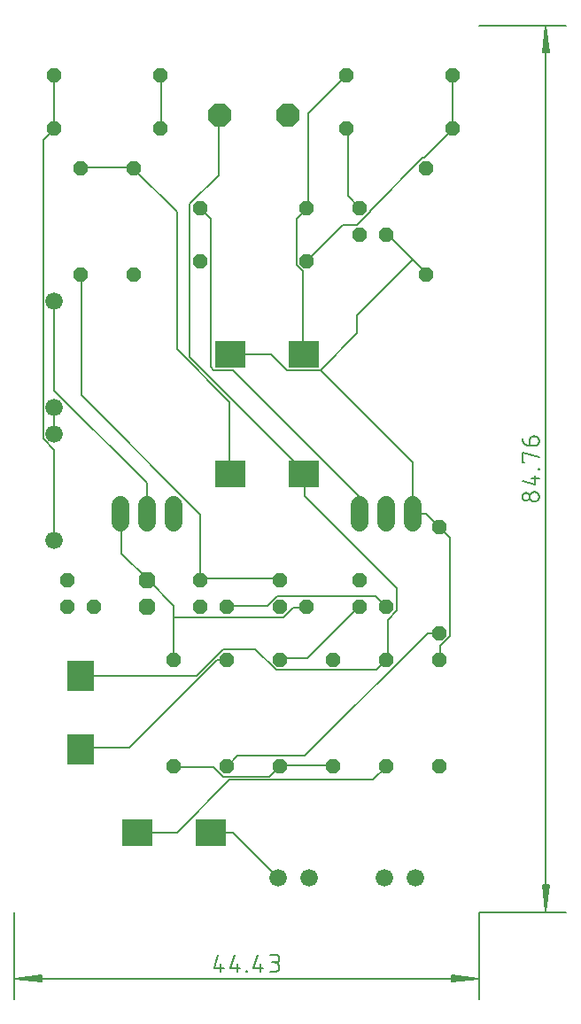
<source format=gbr>
G04 EAGLE Gerber RS-274X export*
G75*
%MOMM*%
%FSLAX34Y34*%
%LPD*%
%INTop Copper*%
%IPPOS*%
%AMOC8*
5,1,8,0,0,1.08239X$1,22.5*%
G01*
%ADD10C,0.130000*%
%ADD11C,0.152400*%
%ADD12R,3.000000X2.500000*%
%ADD13R,2.500000X3.000000*%
%ADD14P,1.732040X8X112.500000*%
%ADD15C,1.676400*%
%ADD16P,2.336880X8X22.500000*%
%ADD17C,1.676400*%
%ADD18P,1.429621X8X112.500000*%
%ADD19P,1.429621X8X22.500000*%
%ADD20P,1.429621X8X292.500000*%


D10*
X0Y0D02*
X0Y-83000D01*
X444300Y-83000D02*
X444300Y0D01*
X443650Y-63500D02*
X650Y-63500D01*
X26000Y-60308D01*
X26000Y-66692D01*
X650Y-63500D01*
X26000Y-62200D01*
X26000Y-64800D02*
X650Y-63500D01*
X26000Y-60900D01*
X26000Y-66100D02*
X650Y-63500D01*
X418300Y-60308D02*
X443650Y-63500D01*
X418300Y-60308D02*
X418300Y-66692D01*
X443650Y-63500D01*
X418300Y-62200D01*
X418300Y-64800D02*
X443650Y-63500D01*
X418300Y-60900D01*
X418300Y-66100D02*
X443650Y-63500D01*
D11*
X194614Y-40737D02*
X191002Y-53381D01*
X200033Y-53381D01*
X197324Y-49768D02*
X197324Y-56993D01*
X206633Y-53381D02*
X210246Y-40737D01*
X206633Y-53381D02*
X215664Y-53381D01*
X212955Y-49768D02*
X212955Y-56993D01*
X221639Y-56993D02*
X221639Y-56090D01*
X222542Y-56090D01*
X222542Y-56993D01*
X221639Y-56993D01*
X228517Y-53381D02*
X232129Y-40737D01*
X228517Y-53381D02*
X237548Y-53381D01*
X234839Y-49768D02*
X234839Y-56993D01*
X244148Y-56993D02*
X248664Y-56993D01*
X248797Y-56991D01*
X248929Y-56985D01*
X249061Y-56975D01*
X249193Y-56962D01*
X249325Y-56944D01*
X249455Y-56923D01*
X249586Y-56898D01*
X249715Y-56869D01*
X249843Y-56836D01*
X249971Y-56800D01*
X250097Y-56760D01*
X250222Y-56716D01*
X250346Y-56668D01*
X250468Y-56617D01*
X250589Y-56562D01*
X250708Y-56504D01*
X250826Y-56442D01*
X250941Y-56377D01*
X251055Y-56308D01*
X251166Y-56237D01*
X251275Y-56161D01*
X251382Y-56083D01*
X251487Y-56002D01*
X251589Y-55917D01*
X251689Y-55830D01*
X251786Y-55740D01*
X251881Y-55647D01*
X251972Y-55551D01*
X252061Y-55453D01*
X252147Y-55352D01*
X252230Y-55248D01*
X252310Y-55142D01*
X252386Y-55034D01*
X252460Y-54924D01*
X252530Y-54811D01*
X252597Y-54697D01*
X252660Y-54580D01*
X252720Y-54462D01*
X252777Y-54342D01*
X252830Y-54220D01*
X252879Y-54097D01*
X252925Y-53973D01*
X252967Y-53847D01*
X253005Y-53720D01*
X253040Y-53592D01*
X253071Y-53463D01*
X253098Y-53334D01*
X253121Y-53203D01*
X253141Y-53072D01*
X253156Y-52940D01*
X253168Y-52808D01*
X253176Y-52676D01*
X253180Y-52543D01*
X253180Y-52411D01*
X253176Y-52278D01*
X253168Y-52146D01*
X253156Y-52014D01*
X253141Y-51882D01*
X253121Y-51751D01*
X253098Y-51620D01*
X253071Y-51491D01*
X253040Y-51362D01*
X253005Y-51234D01*
X252967Y-51107D01*
X252925Y-50981D01*
X252879Y-50857D01*
X252830Y-50734D01*
X252777Y-50612D01*
X252720Y-50492D01*
X252660Y-50374D01*
X252597Y-50257D01*
X252530Y-50143D01*
X252460Y-50030D01*
X252386Y-49920D01*
X252310Y-49812D01*
X252230Y-49706D01*
X252147Y-49602D01*
X252061Y-49501D01*
X251972Y-49403D01*
X251881Y-49307D01*
X251786Y-49214D01*
X251689Y-49124D01*
X251589Y-49037D01*
X251487Y-48952D01*
X251382Y-48871D01*
X251275Y-48793D01*
X251166Y-48717D01*
X251055Y-48646D01*
X250941Y-48577D01*
X250826Y-48512D01*
X250708Y-48450D01*
X250589Y-48392D01*
X250468Y-48337D01*
X250346Y-48286D01*
X250222Y-48238D01*
X250097Y-48194D01*
X249971Y-48154D01*
X249843Y-48118D01*
X249715Y-48085D01*
X249586Y-48056D01*
X249455Y-48031D01*
X249325Y-48010D01*
X249193Y-47992D01*
X249061Y-47979D01*
X248929Y-47969D01*
X248797Y-47963D01*
X248664Y-47961D01*
X249567Y-40737D02*
X244148Y-40737D01*
X249567Y-40737D02*
X249686Y-40739D01*
X249806Y-40745D01*
X249925Y-40755D01*
X250043Y-40769D01*
X250162Y-40786D01*
X250279Y-40808D01*
X250396Y-40833D01*
X250511Y-40863D01*
X250626Y-40896D01*
X250740Y-40933D01*
X250852Y-40973D01*
X250963Y-41018D01*
X251072Y-41066D01*
X251180Y-41117D01*
X251286Y-41172D01*
X251390Y-41231D01*
X251492Y-41293D01*
X251592Y-41358D01*
X251690Y-41427D01*
X251786Y-41499D01*
X251879Y-41574D01*
X251969Y-41651D01*
X252057Y-41732D01*
X252142Y-41816D01*
X252224Y-41903D01*
X252304Y-41992D01*
X252380Y-42084D01*
X252454Y-42178D01*
X252524Y-42275D01*
X252591Y-42373D01*
X252655Y-42474D01*
X252715Y-42578D01*
X252772Y-42683D01*
X252825Y-42790D01*
X252875Y-42898D01*
X252921Y-43008D01*
X252963Y-43120D01*
X253002Y-43233D01*
X253037Y-43347D01*
X253068Y-43462D01*
X253096Y-43579D01*
X253119Y-43696D01*
X253139Y-43813D01*
X253155Y-43932D01*
X253167Y-44051D01*
X253175Y-44170D01*
X253179Y-44289D01*
X253179Y-44409D01*
X253175Y-44528D01*
X253167Y-44647D01*
X253155Y-44766D01*
X253139Y-44885D01*
X253119Y-45002D01*
X253096Y-45119D01*
X253068Y-45236D01*
X253037Y-45351D01*
X253002Y-45465D01*
X252963Y-45578D01*
X252921Y-45690D01*
X252875Y-45800D01*
X252825Y-45908D01*
X252772Y-46015D01*
X252715Y-46120D01*
X252655Y-46224D01*
X252591Y-46325D01*
X252524Y-46423D01*
X252454Y-46520D01*
X252380Y-46614D01*
X252304Y-46706D01*
X252224Y-46795D01*
X252142Y-46882D01*
X252057Y-46966D01*
X251969Y-47047D01*
X251879Y-47124D01*
X251786Y-47199D01*
X251690Y-47271D01*
X251592Y-47340D01*
X251492Y-47405D01*
X251390Y-47467D01*
X251286Y-47526D01*
X251180Y-47581D01*
X251072Y-47632D01*
X250963Y-47680D01*
X250852Y-47725D01*
X250740Y-47765D01*
X250626Y-47802D01*
X250511Y-47835D01*
X250396Y-47865D01*
X250279Y-47890D01*
X250162Y-47912D01*
X250043Y-47929D01*
X249925Y-47943D01*
X249806Y-47953D01*
X249686Y-47959D01*
X249567Y-47961D01*
X249567Y-47962D02*
X245954Y-47962D01*
D10*
X444300Y0D02*
X527500Y0D01*
X527500Y847600D02*
X444300Y847600D01*
X508000Y846950D02*
X508000Y650D01*
X504808Y26000D01*
X511192Y26000D01*
X508000Y650D01*
X506700Y26000D01*
X509300Y26000D02*
X508000Y650D01*
X505400Y26000D01*
X510600Y26000D02*
X508000Y650D01*
X504808Y821600D02*
X508000Y846950D01*
X504808Y821600D02*
X511192Y821600D01*
X508000Y846950D01*
X506700Y821600D01*
X509300Y821600D02*
X508000Y846950D01*
X505400Y821600D01*
X510600Y821600D02*
X508000Y846950D01*
D11*
X496977Y401684D02*
X496844Y401682D01*
X496712Y401676D01*
X496580Y401666D01*
X496448Y401653D01*
X496316Y401635D01*
X496186Y401614D01*
X496055Y401589D01*
X495926Y401560D01*
X495798Y401527D01*
X495670Y401491D01*
X495544Y401451D01*
X495419Y401407D01*
X495295Y401359D01*
X495173Y401308D01*
X495052Y401253D01*
X494933Y401195D01*
X494815Y401133D01*
X494700Y401068D01*
X494586Y400999D01*
X494475Y400928D01*
X494366Y400852D01*
X494259Y400774D01*
X494154Y400693D01*
X494052Y400608D01*
X493952Y400521D01*
X493855Y400431D01*
X493760Y400338D01*
X493669Y400242D01*
X493580Y400144D01*
X493494Y400043D01*
X493411Y399939D01*
X493331Y399833D01*
X493255Y399725D01*
X493181Y399615D01*
X493111Y399502D01*
X493044Y399388D01*
X492981Y399271D01*
X492921Y399153D01*
X492864Y399033D01*
X492811Y398911D01*
X492762Y398788D01*
X492716Y398664D01*
X492674Y398538D01*
X492636Y398411D01*
X492601Y398283D01*
X492570Y398154D01*
X492543Y398025D01*
X492520Y397894D01*
X492500Y397763D01*
X492485Y397631D01*
X492473Y397499D01*
X492465Y397367D01*
X492461Y397234D01*
X492461Y397102D01*
X492465Y396969D01*
X492473Y396837D01*
X492485Y396705D01*
X492500Y396573D01*
X492520Y396442D01*
X492543Y396311D01*
X492570Y396182D01*
X492601Y396053D01*
X492636Y395925D01*
X492674Y395798D01*
X492716Y395672D01*
X492762Y395548D01*
X492811Y395425D01*
X492864Y395303D01*
X492921Y395183D01*
X492981Y395065D01*
X493044Y394948D01*
X493111Y394834D01*
X493181Y394721D01*
X493255Y394611D01*
X493331Y394503D01*
X493411Y394397D01*
X493494Y394293D01*
X493580Y394192D01*
X493669Y394094D01*
X493760Y393998D01*
X493855Y393905D01*
X493952Y393815D01*
X494052Y393728D01*
X494154Y393643D01*
X494259Y393562D01*
X494366Y393484D01*
X494475Y393408D01*
X494586Y393337D01*
X494700Y393268D01*
X494815Y393203D01*
X494933Y393141D01*
X495052Y393083D01*
X495173Y393028D01*
X495295Y392977D01*
X495419Y392929D01*
X495544Y392885D01*
X495670Y392845D01*
X495798Y392809D01*
X495926Y392776D01*
X496055Y392747D01*
X496186Y392722D01*
X496316Y392701D01*
X496448Y392683D01*
X496580Y392670D01*
X496712Y392660D01*
X496844Y392654D01*
X496977Y392652D01*
X497110Y392654D01*
X497242Y392660D01*
X497374Y392670D01*
X497506Y392683D01*
X497638Y392701D01*
X497768Y392722D01*
X497899Y392747D01*
X498028Y392776D01*
X498156Y392809D01*
X498284Y392845D01*
X498410Y392885D01*
X498535Y392929D01*
X498659Y392977D01*
X498781Y393028D01*
X498902Y393083D01*
X499021Y393141D01*
X499139Y393203D01*
X499254Y393268D01*
X499368Y393337D01*
X499479Y393408D01*
X499588Y393484D01*
X499695Y393562D01*
X499800Y393643D01*
X499902Y393728D01*
X500002Y393815D01*
X500099Y393905D01*
X500194Y393998D01*
X500285Y394094D01*
X500374Y394192D01*
X500460Y394293D01*
X500543Y394397D01*
X500623Y394503D01*
X500699Y394611D01*
X500773Y394721D01*
X500843Y394834D01*
X500910Y394948D01*
X500973Y395065D01*
X501033Y395183D01*
X501090Y395303D01*
X501143Y395425D01*
X501192Y395548D01*
X501238Y395672D01*
X501280Y395798D01*
X501318Y395925D01*
X501353Y396053D01*
X501384Y396182D01*
X501411Y396311D01*
X501434Y396442D01*
X501454Y396573D01*
X501469Y396705D01*
X501481Y396837D01*
X501489Y396969D01*
X501493Y397102D01*
X501493Y397234D01*
X501489Y397367D01*
X501481Y397499D01*
X501469Y397631D01*
X501454Y397763D01*
X501434Y397894D01*
X501411Y398025D01*
X501384Y398154D01*
X501353Y398283D01*
X501318Y398411D01*
X501280Y398538D01*
X501238Y398664D01*
X501192Y398788D01*
X501143Y398911D01*
X501090Y399033D01*
X501033Y399153D01*
X500973Y399271D01*
X500910Y399388D01*
X500843Y399502D01*
X500773Y399615D01*
X500699Y399725D01*
X500623Y399833D01*
X500543Y399939D01*
X500460Y400043D01*
X500374Y400144D01*
X500285Y400242D01*
X500194Y400338D01*
X500099Y400431D01*
X500002Y400521D01*
X499902Y400608D01*
X499800Y400693D01*
X499695Y400774D01*
X499588Y400852D01*
X499479Y400928D01*
X499368Y400999D01*
X499254Y401068D01*
X499139Y401133D01*
X499021Y401195D01*
X498902Y401253D01*
X498781Y401308D01*
X498659Y401359D01*
X498535Y401407D01*
X498410Y401451D01*
X498284Y401491D01*
X498156Y401527D01*
X498028Y401560D01*
X497899Y401589D01*
X497768Y401614D01*
X497638Y401635D01*
X497506Y401653D01*
X497374Y401666D01*
X497242Y401676D01*
X497110Y401682D01*
X496977Y401684D01*
X488849Y400780D02*
X488730Y400778D01*
X488610Y400772D01*
X488491Y400762D01*
X488373Y400748D01*
X488254Y400731D01*
X488137Y400709D01*
X488020Y400684D01*
X487905Y400654D01*
X487790Y400621D01*
X487676Y400584D01*
X487564Y400544D01*
X487453Y400499D01*
X487344Y400451D01*
X487236Y400400D01*
X487130Y400345D01*
X487026Y400286D01*
X486924Y400224D01*
X486824Y400159D01*
X486726Y400090D01*
X486630Y400018D01*
X486537Y399943D01*
X486447Y399866D01*
X486359Y399785D01*
X486274Y399701D01*
X486192Y399614D01*
X486112Y399525D01*
X486036Y399433D01*
X485962Y399339D01*
X485892Y399242D01*
X485825Y399144D01*
X485761Y399043D01*
X485701Y398939D01*
X485644Y398834D01*
X485591Y398727D01*
X485541Y398619D01*
X485495Y398509D01*
X485453Y398397D01*
X485414Y398284D01*
X485379Y398170D01*
X485348Y398055D01*
X485320Y397938D01*
X485297Y397821D01*
X485277Y397704D01*
X485261Y397585D01*
X485249Y397466D01*
X485241Y397347D01*
X485237Y397228D01*
X485237Y397108D01*
X485241Y396989D01*
X485249Y396870D01*
X485261Y396751D01*
X485277Y396632D01*
X485297Y396515D01*
X485320Y396398D01*
X485348Y396281D01*
X485379Y396166D01*
X485414Y396052D01*
X485453Y395939D01*
X485495Y395827D01*
X485541Y395717D01*
X485591Y395609D01*
X485644Y395502D01*
X485701Y395397D01*
X485761Y395293D01*
X485825Y395192D01*
X485892Y395094D01*
X485962Y394997D01*
X486036Y394903D01*
X486112Y394811D01*
X486192Y394722D01*
X486274Y394635D01*
X486359Y394551D01*
X486447Y394470D01*
X486537Y394393D01*
X486630Y394318D01*
X486726Y394246D01*
X486824Y394177D01*
X486924Y394112D01*
X487026Y394050D01*
X487130Y393991D01*
X487236Y393936D01*
X487344Y393885D01*
X487453Y393837D01*
X487564Y393792D01*
X487676Y393752D01*
X487790Y393715D01*
X487905Y393682D01*
X488020Y393652D01*
X488137Y393627D01*
X488254Y393605D01*
X488373Y393588D01*
X488491Y393574D01*
X488610Y393564D01*
X488730Y393558D01*
X488849Y393556D01*
X488968Y393558D01*
X489088Y393564D01*
X489207Y393574D01*
X489325Y393588D01*
X489444Y393605D01*
X489561Y393627D01*
X489678Y393652D01*
X489793Y393682D01*
X489908Y393715D01*
X490022Y393752D01*
X490134Y393792D01*
X490245Y393837D01*
X490354Y393885D01*
X490462Y393936D01*
X490568Y393991D01*
X490672Y394050D01*
X490774Y394112D01*
X490874Y394177D01*
X490972Y394246D01*
X491068Y394318D01*
X491161Y394393D01*
X491251Y394470D01*
X491339Y394551D01*
X491424Y394635D01*
X491506Y394722D01*
X491586Y394811D01*
X491662Y394903D01*
X491736Y394997D01*
X491806Y395094D01*
X491873Y395192D01*
X491937Y395293D01*
X491997Y395397D01*
X492054Y395502D01*
X492107Y395609D01*
X492157Y395717D01*
X492203Y395827D01*
X492245Y395939D01*
X492284Y396052D01*
X492319Y396166D01*
X492350Y396281D01*
X492378Y396398D01*
X492401Y396515D01*
X492421Y396632D01*
X492437Y396751D01*
X492449Y396870D01*
X492457Y396989D01*
X492461Y397108D01*
X492461Y397228D01*
X492457Y397347D01*
X492449Y397466D01*
X492437Y397585D01*
X492421Y397704D01*
X492401Y397821D01*
X492378Y397938D01*
X492350Y398055D01*
X492319Y398170D01*
X492284Y398284D01*
X492245Y398397D01*
X492203Y398509D01*
X492157Y398619D01*
X492107Y398727D01*
X492054Y398834D01*
X491997Y398939D01*
X491937Y399043D01*
X491873Y399144D01*
X491806Y399242D01*
X491736Y399339D01*
X491662Y399433D01*
X491586Y399525D01*
X491506Y399614D01*
X491424Y399701D01*
X491339Y399785D01*
X491251Y399866D01*
X491161Y399943D01*
X491068Y400018D01*
X490972Y400090D01*
X490874Y400159D01*
X490774Y400224D01*
X490672Y400286D01*
X490568Y400345D01*
X490462Y400400D01*
X490354Y400451D01*
X490245Y400499D01*
X490134Y400544D01*
X490022Y400584D01*
X489908Y400621D01*
X489793Y400654D01*
X489678Y400684D01*
X489561Y400709D01*
X489444Y400731D01*
X489325Y400748D01*
X489207Y400762D01*
X489088Y400772D01*
X488968Y400778D01*
X488849Y400780D01*
X485237Y411896D02*
X497881Y408283D01*
X497881Y417314D01*
X494268Y414605D02*
X501493Y414605D01*
X501493Y423289D02*
X500590Y423289D01*
X500590Y424192D01*
X501493Y424192D01*
X501493Y423289D01*
X487043Y430167D02*
X485237Y430167D01*
X485237Y439198D01*
X501493Y434682D01*
X492462Y445798D02*
X492462Y451217D01*
X492464Y451335D01*
X492470Y451453D01*
X492479Y451571D01*
X492493Y451688D01*
X492510Y451805D01*
X492531Y451922D01*
X492556Y452037D01*
X492585Y452152D01*
X492618Y452266D01*
X492654Y452378D01*
X492694Y452489D01*
X492737Y452599D01*
X492784Y452708D01*
X492834Y452815D01*
X492889Y452920D01*
X492946Y453023D01*
X493007Y453124D01*
X493071Y453224D01*
X493138Y453321D01*
X493208Y453416D01*
X493282Y453508D01*
X493358Y453599D01*
X493438Y453686D01*
X493520Y453771D01*
X493605Y453853D01*
X493692Y453933D01*
X493783Y454009D01*
X493875Y454083D01*
X493970Y454153D01*
X494067Y454220D01*
X494167Y454284D01*
X494268Y454345D01*
X494371Y454402D01*
X494476Y454457D01*
X494583Y454507D01*
X494692Y454554D01*
X494802Y454597D01*
X494913Y454637D01*
X495025Y454673D01*
X495139Y454706D01*
X495254Y454735D01*
X495369Y454760D01*
X495486Y454781D01*
X495603Y454798D01*
X495720Y454812D01*
X495838Y454821D01*
X495956Y454827D01*
X496074Y454829D01*
X496977Y454829D01*
X496977Y454830D02*
X497110Y454828D01*
X497242Y454822D01*
X497374Y454812D01*
X497506Y454799D01*
X497638Y454781D01*
X497768Y454760D01*
X497899Y454735D01*
X498028Y454706D01*
X498156Y454673D01*
X498284Y454637D01*
X498410Y454597D01*
X498535Y454553D01*
X498659Y454505D01*
X498781Y454454D01*
X498902Y454399D01*
X499021Y454341D01*
X499139Y454279D01*
X499254Y454214D01*
X499368Y454145D01*
X499479Y454074D01*
X499588Y453998D01*
X499695Y453920D01*
X499800Y453839D01*
X499902Y453754D01*
X500002Y453667D01*
X500099Y453577D01*
X500194Y453484D01*
X500285Y453388D01*
X500374Y453290D01*
X500460Y453189D01*
X500543Y453085D01*
X500623Y452979D01*
X500699Y452871D01*
X500773Y452761D01*
X500843Y452648D01*
X500910Y452534D01*
X500973Y452417D01*
X501033Y452299D01*
X501090Y452179D01*
X501143Y452057D01*
X501192Y451934D01*
X501238Y451810D01*
X501280Y451684D01*
X501318Y451557D01*
X501353Y451429D01*
X501384Y451300D01*
X501411Y451171D01*
X501434Y451040D01*
X501454Y450909D01*
X501469Y450777D01*
X501481Y450645D01*
X501489Y450513D01*
X501493Y450380D01*
X501493Y450248D01*
X501489Y450115D01*
X501481Y449983D01*
X501469Y449851D01*
X501454Y449719D01*
X501434Y449588D01*
X501411Y449457D01*
X501384Y449328D01*
X501353Y449199D01*
X501318Y449071D01*
X501280Y448944D01*
X501238Y448818D01*
X501192Y448694D01*
X501143Y448571D01*
X501090Y448449D01*
X501033Y448329D01*
X500973Y448211D01*
X500910Y448094D01*
X500843Y447980D01*
X500773Y447867D01*
X500699Y447757D01*
X500623Y447649D01*
X500543Y447543D01*
X500460Y447439D01*
X500374Y447338D01*
X500285Y447240D01*
X500194Y447144D01*
X500099Y447051D01*
X500002Y446961D01*
X499902Y446874D01*
X499800Y446789D01*
X499695Y446708D01*
X499588Y446630D01*
X499479Y446554D01*
X499368Y446483D01*
X499254Y446414D01*
X499139Y446349D01*
X499021Y446287D01*
X498902Y446229D01*
X498781Y446174D01*
X498659Y446123D01*
X498535Y446075D01*
X498410Y446031D01*
X498284Y445991D01*
X498156Y445955D01*
X498028Y445922D01*
X497899Y445893D01*
X497768Y445868D01*
X497638Y445847D01*
X497506Y445829D01*
X497374Y445816D01*
X497242Y445806D01*
X497110Y445800D01*
X496977Y445798D01*
X492462Y445798D01*
X492285Y445800D01*
X492107Y445807D01*
X491930Y445818D01*
X491754Y445833D01*
X491578Y445852D01*
X491402Y445876D01*
X491227Y445904D01*
X491052Y445937D01*
X490879Y445974D01*
X490706Y446015D01*
X490535Y446060D01*
X490365Y446109D01*
X490196Y446163D01*
X490028Y446220D01*
X489862Y446282D01*
X489697Y446348D01*
X489534Y446418D01*
X489373Y446492D01*
X489214Y446569D01*
X489056Y446651D01*
X488901Y446737D01*
X488748Y446826D01*
X488597Y446919D01*
X488448Y447016D01*
X488302Y447116D01*
X488158Y447220D01*
X488017Y447327D01*
X487879Y447438D01*
X487743Y447552D01*
X487610Y447670D01*
X487480Y447790D01*
X487353Y447914D01*
X487229Y448041D01*
X487109Y448171D01*
X486991Y448304D01*
X486877Y448439D01*
X486766Y448578D01*
X486659Y448719D01*
X486555Y448863D01*
X486455Y449009D01*
X486358Y449158D01*
X486265Y449309D01*
X486176Y449462D01*
X486090Y449617D01*
X486008Y449775D01*
X485931Y449934D01*
X485857Y450095D01*
X485787Y450258D01*
X485721Y450423D01*
X485659Y450589D01*
X485602Y450757D01*
X485548Y450926D01*
X485499Y451096D01*
X485454Y451267D01*
X485413Y451440D01*
X485376Y451613D01*
X485343Y451788D01*
X485315Y451963D01*
X485291Y452139D01*
X485272Y452315D01*
X485257Y452491D01*
X485246Y452668D01*
X485239Y452846D01*
X485237Y453023D01*
D12*
X187400Y76200D03*
X117400Y76200D03*
X206300Y419100D03*
X276300Y419100D03*
D13*
X63500Y155500D03*
X63500Y225500D03*
D12*
X206300Y533400D03*
X276300Y533400D03*
D14*
X127000Y292100D03*
X127000Y317500D03*
D15*
X38100Y584200D03*
X38100Y482600D03*
X38100Y457200D03*
X38100Y355600D03*
X251700Y33000D03*
X281700Y33000D03*
X353300Y33000D03*
X383300Y33000D03*
D16*
X261112Y762000D03*
X196088Y762000D03*
D17*
X330200Y389382D02*
X330200Y372618D01*
X355600Y372618D02*
X355600Y389382D01*
X381000Y389382D02*
X381000Y372618D01*
X101600Y372618D02*
X101600Y389382D01*
X127000Y389382D02*
X127000Y372618D01*
X152400Y372618D02*
X152400Y389382D01*
D18*
X355600Y139700D03*
X355600Y241300D03*
D19*
X38100Y800100D03*
X139700Y800100D03*
X38100Y749300D03*
X139700Y749300D03*
D18*
X406400Y139700D03*
X406400Y241300D03*
D20*
X393700Y711200D03*
X393700Y609600D03*
D18*
X254000Y139700D03*
X254000Y241300D03*
X304800Y139700D03*
X304800Y241300D03*
D19*
X317500Y749300D03*
X419100Y749300D03*
D18*
X63500Y609600D03*
X63500Y711200D03*
D20*
X114300Y711200D03*
X114300Y609600D03*
D18*
X203200Y139700D03*
X203200Y241300D03*
X406400Y266700D03*
X406400Y368300D03*
D19*
X177800Y673100D03*
X279400Y673100D03*
X177800Y622300D03*
X279400Y622300D03*
X317500Y800100D03*
X419100Y800100D03*
D18*
X152400Y139700D03*
X152400Y241300D03*
D20*
X254000Y317500D03*
X254000Y292100D03*
X279400Y292100D03*
X177800Y317500D03*
X177800Y292100D03*
X203200Y292100D03*
X330200Y317500D03*
X330200Y292100D03*
X355600Y292100D03*
X50800Y317500D03*
X50800Y292100D03*
X76200Y292100D03*
X330200Y673100D03*
X330200Y647700D03*
X355600Y647700D03*
D11*
X208788Y76200D02*
X187400Y76200D01*
X208788Y76200D02*
X251460Y33528D01*
X251700Y33000D01*
X155448Y76200D02*
X117400Y76200D01*
X155448Y76200D02*
X205740Y126492D01*
X342900Y126492D01*
X355092Y138684D01*
X355600Y139700D01*
X254000Y318516D02*
X177800Y318516D01*
X254000Y318516D02*
X254000Y317500D01*
X64008Y493776D02*
X64008Y609600D01*
X64008Y493776D02*
X177800Y379984D01*
X177800Y318516D01*
X64008Y609600D02*
X63500Y609600D01*
X177800Y318516D02*
X177800Y317500D01*
X356616Y279400D02*
X356616Y242316D01*
X356616Y279400D02*
X365252Y288036D01*
X365252Y309372D01*
X277368Y397256D01*
X277368Y419100D01*
X356616Y242316D02*
X355600Y241300D01*
X277368Y419100D02*
X276300Y419100D01*
X173736Y225552D02*
X64008Y225552D01*
X173736Y225552D02*
X199644Y251460D01*
X230124Y251460D01*
X249936Y231648D01*
X345948Y231648D01*
X355600Y241300D01*
X64008Y225552D02*
X63500Y225500D01*
X195072Y704088D02*
X195072Y762000D01*
X195072Y704088D02*
X167640Y676656D01*
X167640Y530352D01*
X275844Y422148D01*
X275844Y419100D01*
X196088Y762000D02*
X195072Y762000D01*
X275844Y419100D02*
X276300Y419100D01*
X114300Y711708D02*
X64008Y711708D01*
X63500Y711200D01*
X114300Y711200D02*
X114300Y711708D01*
X205740Y487680D02*
X205740Y419100D01*
X205740Y487680D02*
X155448Y537972D01*
X155448Y669036D01*
X114300Y710184D01*
X205740Y419100D02*
X206300Y419100D01*
X114300Y710184D02*
X114300Y711200D01*
X394716Y266700D02*
X406400Y266700D01*
X394716Y266700D02*
X277368Y149352D01*
X213360Y149352D01*
X204216Y140208D01*
X203200Y139700D01*
X202692Y240792D02*
X193548Y240792D01*
X109728Y156972D01*
X64008Y156972D01*
X202692Y240792D02*
X203200Y241300D01*
X64008Y156972D02*
X63500Y155500D01*
X406908Y242316D02*
X406908Y254508D01*
X416052Y263652D01*
X416052Y358140D01*
X406908Y367284D01*
X406908Y242316D02*
X406400Y241300D01*
X406908Y367284D02*
X406400Y368300D01*
X393192Y381000D02*
X381000Y381000D01*
X393192Y381000D02*
X405384Y368808D01*
X406400Y368300D01*
X394716Y609600D02*
X381000Y623316D01*
X356616Y647700D01*
X355600Y647700D01*
X393700Y609600D02*
X394716Y609600D01*
X245364Y533400D02*
X206300Y533400D01*
X245364Y533400D02*
X260604Y518160D01*
X292608Y518160D01*
X327660Y553212D01*
X327660Y569976D01*
X381000Y623316D01*
X381000Y429768D02*
X381000Y381000D01*
X381000Y429768D02*
X292608Y518160D01*
X280416Y673608D02*
X280416Y763524D01*
X316992Y800100D01*
X280416Y673608D02*
X279400Y673100D01*
X316992Y800100D02*
X317500Y800100D01*
X275844Y612648D02*
X275844Y533400D01*
X275844Y612648D02*
X269748Y618744D01*
X269748Y662940D01*
X278892Y672084D01*
X276300Y533400D02*
X275844Y533400D01*
X278892Y672084D02*
X279400Y673100D01*
X152400Y292608D02*
X152400Y281940D01*
X152400Y241300D01*
X152400Y292608D02*
X128016Y316992D01*
X127000Y317500D01*
X266192Y291084D02*
X278384Y291084D01*
X266192Y291084D02*
X257048Y281940D01*
X152400Y281940D01*
X278384Y291084D02*
X279400Y292100D01*
X102108Y342900D02*
X102108Y381000D01*
X102108Y342900D02*
X126492Y318516D01*
X102108Y381000D02*
X101600Y381000D01*
X126492Y318516D02*
X127000Y317500D01*
X254508Y242316D02*
X279908Y242316D01*
X330200Y292608D01*
X254508Y242316D02*
X254000Y241300D01*
X330200Y292100D02*
X330200Y292608D01*
X38100Y498348D02*
X38100Y584200D01*
X38100Y498348D02*
X126492Y409956D01*
X126492Y381000D01*
X127000Y381000D01*
X140208Y749808D02*
X140208Y800100D01*
X139700Y800100D01*
X140208Y749808D02*
X139700Y749300D01*
X329184Y397764D02*
X329184Y381000D01*
X329184Y397764D02*
X208788Y518160D01*
X190500Y518160D01*
X187452Y521208D01*
X187452Y662940D01*
X178308Y672084D01*
X329184Y381000D02*
X330200Y381000D01*
X178308Y672084D02*
X177800Y673100D01*
X38100Y482600D02*
X38100Y457200D01*
X38100Y749300D02*
X38100Y800100D01*
X38100Y441960D02*
X38100Y355600D01*
X38100Y441960D02*
X27432Y452628D01*
X27432Y737616D01*
X38100Y748284D01*
X38100Y749300D01*
X318516Y748284D02*
X318516Y684276D01*
X329184Y673608D01*
X318516Y748284D02*
X317500Y749300D01*
X329184Y673608D02*
X330200Y673100D01*
X241808Y292608D02*
X203708Y292608D01*
X241808Y292608D02*
X250952Y301752D01*
X345440Y301752D01*
X354584Y292608D01*
X203708Y292608D02*
X203200Y292100D01*
X354584Y292608D02*
X355600Y292100D01*
X190500Y138684D02*
X152400Y138684D01*
X190500Y138684D02*
X199644Y129540D01*
X243840Y129540D01*
X254000Y139700D01*
X152400Y139700D02*
X152400Y138684D01*
X254508Y140208D02*
X304800Y140208D01*
X304800Y139700D01*
X254508Y140208D02*
X254000Y139700D01*
X419100Y749300D02*
X419100Y800100D01*
X419100Y748284D02*
X391668Y720852D01*
X390144Y720852D01*
X339852Y670560D01*
X339852Y669036D01*
X327660Y656844D01*
X313944Y656844D01*
X279400Y622300D01*
X419100Y748284D02*
X419100Y749300D01*
M02*

</source>
